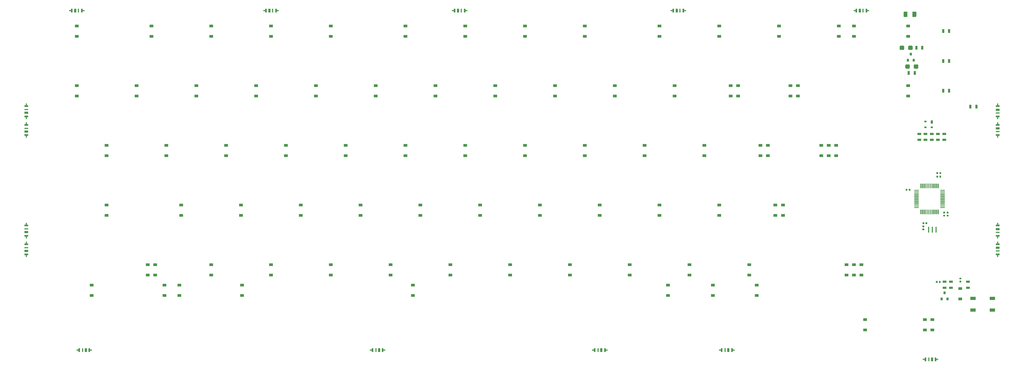
<source format=gbr>
%TF.GenerationSoftware,KiCad,Pcbnew,(5.1.11)-1*%
%TF.CreationDate,2022-07-15T11:42:44+07:00*%
%TF.ProjectId,TX75v2 PCB replacement,54583735-7632-4205-9043-42207265706c,rev?*%
%TF.SameCoordinates,Original*%
%TF.FileFunction,Paste,Bot*%
%TF.FilePolarity,Positive*%
%FSLAX46Y46*%
G04 Gerber Fmt 4.6, Leading zero omitted, Abs format (unit mm)*
G04 Created by KiCad (PCBNEW (5.1.11)-1) date 2022-07-15 11:42:44*
%MOMM*%
%LPD*%
G01*
G04 APERTURE LIST*
%ADD10R,1.200000X0.900000*%
%ADD11R,1.300000X0.700000*%
%ADD12R,0.550000X1.200000*%
%ADD13R,0.650000X0.450000*%
%ADD14R,0.700000X1.200000*%
%ADD15R,0.450000X1.200000*%
%ADD16R,1.200000X0.550000*%
%ADD17R,0.450000X0.650000*%
%ADD18R,1.200000X0.700000*%
%ADD19R,1.200000X0.450000*%
%ADD20R,1.800000X1.100000*%
%ADD21R,0.800000X0.900000*%
%ADD22R,0.700000X1.300000*%
%ADD23R,0.400000X1.900000*%
%ADD24R,0.700000X1.000000*%
%ADD25R,0.700000X0.600000*%
G04 APERTURE END LIST*
D10*
%TO.C,D2*%
X38374505Y-141217798D03*
X38374505Y-144517798D03*
%TD*%
D11*
%TO.C,R14*%
X260152263Y-92934646D03*
X260152263Y-94834646D03*
%TD*%
%TO.C,R3*%
X264296031Y-140131650D03*
X264296031Y-142031650D03*
%TD*%
%TO.C,R2*%
X262212432Y-140131650D03*
X262212432Y-142031650D03*
%TD*%
D12*
%TO.C,D96*%
X259372056Y-164893986D03*
D13*
X259872056Y-164893986D03*
D12*
X256122056Y-164893986D03*
D13*
X255622056Y-164893986D03*
D14*
X258247056Y-164893986D03*
D15*
X257222056Y-164893986D03*
%TD*%
D12*
%TO.C,D95*%
X234095475Y-53570455D03*
D13*
X233595475Y-53570455D03*
D12*
X237345475Y-53570455D03*
D13*
X237845475Y-53570455D03*
D14*
X235220475Y-53570455D03*
D15*
X236245475Y-53570455D03*
%TD*%
D16*
%TO.C,D94*%
X-30384436Y-125442389D03*
D17*
X-30384436Y-125942389D03*
D16*
X-30384436Y-122192389D03*
D17*
X-30384436Y-121692389D03*
D18*
X-30384436Y-124317389D03*
D19*
X-30384436Y-123292389D03*
%TD*%
D16*
%TO.C,D93*%
X279178324Y-128145519D03*
D17*
X279178324Y-127645519D03*
D16*
X279178324Y-131395519D03*
D17*
X279178324Y-131895519D03*
D18*
X279178324Y-129270519D03*
D19*
X279178324Y-130295519D03*
%TD*%
D12*
%TO.C,D92*%
X194482939Y-161917421D03*
D13*
X194982939Y-161917421D03*
D12*
X191232939Y-161917421D03*
D13*
X190732939Y-161917421D03*
D14*
X193357939Y-161917421D03*
D15*
X192332939Y-161917421D03*
%TD*%
D12*
%TO.C,D91*%
X175754801Y-53570455D03*
D13*
X175254801Y-53570455D03*
D12*
X179004801Y-53570455D03*
D13*
X179504801Y-53570455D03*
D14*
X176879801Y-53570455D03*
D15*
X177904801Y-53570455D03*
%TD*%
D16*
%TO.C,D90*%
X-30384436Y-131395519D03*
D17*
X-30384436Y-131895519D03*
D16*
X-30384436Y-128145519D03*
D17*
X-30384436Y-127645519D03*
D18*
X-30384436Y-130270519D03*
D19*
X-30384436Y-129245519D03*
%TD*%
D16*
%TO.C,D89*%
X279178324Y-122192389D03*
D17*
X279178324Y-121692389D03*
D16*
X279178324Y-125442389D03*
D17*
X279178324Y-125942389D03*
D18*
X279178324Y-123317389D03*
D19*
X279178324Y-124342389D03*
%TD*%
D12*
%TO.C,D85*%
X154001655Y-161917421D03*
D13*
X154501655Y-161917421D03*
D12*
X150751655Y-161917421D03*
D13*
X150251655Y-161917421D03*
D14*
X152876655Y-161917421D03*
D15*
X151851655Y-161917421D03*
%TD*%
D12*
%TO.C,D84*%
X106103180Y-53570455D03*
D13*
X105603180Y-53570455D03*
D12*
X109353180Y-53570455D03*
D13*
X109853180Y-53570455D03*
D14*
X107228180Y-53570455D03*
D15*
X108253180Y-53570455D03*
%TD*%
D16*
%TO.C,D83*%
X-30384436Y-87342357D03*
D17*
X-30384436Y-87842357D03*
D16*
X-30384436Y-84092357D03*
D17*
X-30384436Y-83592357D03*
D18*
X-30384436Y-86217357D03*
D19*
X-30384436Y-85192357D03*
%TD*%
D16*
%TO.C,D82*%
X279178324Y-90045487D03*
D17*
X279178324Y-89545487D03*
D16*
X279178324Y-93295487D03*
D17*
X279178324Y-93795487D03*
D18*
X279178324Y-91170487D03*
D19*
X279178324Y-92195487D03*
%TD*%
D12*
%TO.C,D81*%
X83159408Y-161917421D03*
D13*
X83659408Y-161917421D03*
D12*
X79909408Y-161917421D03*
D13*
X79409408Y-161917421D03*
D14*
X82034408Y-161917421D03*
D15*
X81009408Y-161917421D03*
%TD*%
D12*
%TO.C,D80*%
X45976567Y-53570455D03*
D13*
X45476567Y-53570455D03*
D12*
X49226567Y-53570455D03*
D13*
X49726567Y-53570455D03*
D14*
X47101567Y-53570455D03*
D15*
X48126567Y-53570455D03*
%TD*%
D16*
%TO.C,D79*%
X-30384436Y-93295487D03*
D17*
X-30384436Y-93795487D03*
D16*
X-30384436Y-90045487D03*
D17*
X-30384436Y-89545487D03*
D18*
X-30384436Y-92170487D03*
D19*
X-30384436Y-91145487D03*
%TD*%
D16*
%TO.C,D78*%
X279178324Y-84092357D03*
D17*
X279178324Y-83592357D03*
D16*
X279178324Y-87342357D03*
D17*
X279178324Y-87842357D03*
D18*
X279178324Y-85217357D03*
D19*
X279178324Y-86242357D03*
%TD*%
D12*
%TO.C,D77*%
X-10304733Y-161917421D03*
D13*
X-9804733Y-161917421D03*
D12*
X-13554733Y-161917421D03*
D13*
X-14054733Y-161917421D03*
D14*
X-11429733Y-161917421D03*
D15*
X-12454733Y-161917421D03*
%TD*%
D12*
%TO.C,D76*%
X-15935985Y-53570455D03*
D13*
X-16435985Y-53570455D03*
D12*
X-12685985Y-53570455D03*
D13*
X-12185985Y-53570455D03*
D14*
X-14810985Y-53570455D03*
D15*
X-13785985Y-53570455D03*
%TD*%
D20*
%TO.C,SW1*%
X277516369Y-149182447D03*
X271316369Y-145482447D03*
X277516369Y-145482447D03*
X271316369Y-149182447D03*
%TD*%
D11*
%TO.C,R1*%
X269653857Y-142031650D03*
X269653857Y-140131650D03*
%TD*%
D21*
%TO.C,Q1*%
X262212432Y-143653534D03*
X261262432Y-145653534D03*
X263162432Y-145653534D03*
%TD*%
D10*
%TO.C,D1*%
X267272601Y-142288874D03*
X267272601Y-145588874D03*
%TD*%
%TO.C,C2*%
G36*
G01*
X267442601Y-140353365D02*
X267102601Y-140353365D01*
G75*
G02*
X266962601Y-140213365I0J140000D01*
G01*
X266962601Y-139933365D01*
G75*
G02*
X267102601Y-139793365I140000J0D01*
G01*
X267442601Y-139793365D01*
G75*
G02*
X267582601Y-139933365I0J-140000D01*
G01*
X267582601Y-140213365D01*
G75*
G02*
X267442601Y-140353365I-140000J0D01*
G01*
G37*
G36*
G01*
X267442601Y-139393365D02*
X267102601Y-139393365D01*
G75*
G02*
X266962601Y-139253365I0J140000D01*
G01*
X266962601Y-138973365D01*
G75*
G02*
X267102601Y-138833365I140000J0D01*
G01*
X267442601Y-138833365D01*
G75*
G02*
X267582601Y-138973365I0J-140000D01*
G01*
X267582601Y-139253365D01*
G75*
G02*
X267442601Y-139393365I-140000J0D01*
G01*
G37*
%TD*%
%TO.C,C1*%
G36*
G01*
X260444147Y-140358679D02*
X260444147Y-140018679D01*
G75*
G02*
X260584147Y-139878679I140000J0D01*
G01*
X260864147Y-139878679D01*
G75*
G02*
X261004147Y-140018679I0J-140000D01*
G01*
X261004147Y-140358679D01*
G75*
G02*
X260864147Y-140498679I-140000J0D01*
G01*
X260584147Y-140498679D01*
G75*
G02*
X260444147Y-140358679I0J140000D01*
G01*
G37*
G36*
G01*
X259484147Y-140358679D02*
X259484147Y-140018679D01*
G75*
G02*
X259624147Y-139878679I140000J0D01*
G01*
X259904147Y-139878679D01*
G75*
G02*
X260044147Y-140018679I0J-140000D01*
G01*
X260044147Y-140358679D01*
G75*
G02*
X259904147Y-140498679I-140000J0D01*
G01*
X259624147Y-140498679D01*
G75*
G02*
X259484147Y-140358679I0J140000D01*
G01*
G37*
%TD*%
%TO.C,C10*%
G36*
G01*
X263353983Y-118338874D02*
X263013983Y-118338874D01*
G75*
G02*
X262873983Y-118198874I0J140000D01*
G01*
X262873983Y-117918874D01*
G75*
G02*
X263013983Y-117778874I140000J0D01*
G01*
X263353983Y-117778874D01*
G75*
G02*
X263493983Y-117918874I0J-140000D01*
G01*
X263493983Y-118198874D01*
G75*
G02*
X263353983Y-118338874I-140000J0D01*
G01*
G37*
G36*
G01*
X263353983Y-119298874D02*
X263013983Y-119298874D01*
G75*
G02*
X262873983Y-119158874I0J140000D01*
G01*
X262873983Y-118878874D01*
G75*
G02*
X263013983Y-118738874I140000J0D01*
G01*
X263353983Y-118738874D01*
G75*
G02*
X263493983Y-118878874I0J-140000D01*
G01*
X263493983Y-119158874D01*
G75*
G02*
X263353983Y-119298874I-140000J0D01*
G01*
G37*
%TD*%
%TO.C,C4*%
G36*
G01*
X260589983Y-105623903D02*
X260589983Y-105283903D01*
G75*
G02*
X260729983Y-105143903I140000J0D01*
G01*
X261009983Y-105143903D01*
G75*
G02*
X261149983Y-105283903I0J-140000D01*
G01*
X261149983Y-105623903D01*
G75*
G02*
X261009983Y-105763903I-140000J0D01*
G01*
X260729983Y-105763903D01*
G75*
G02*
X260589983Y-105623903I0J140000D01*
G01*
G37*
G36*
G01*
X259629983Y-105623903D02*
X259629983Y-105283903D01*
G75*
G02*
X259769983Y-105143903I140000J0D01*
G01*
X260049983Y-105143903D01*
G75*
G02*
X260189983Y-105283903I0J-140000D01*
G01*
X260189983Y-105623903D01*
G75*
G02*
X260049983Y-105763903I-140000J0D01*
G01*
X259769983Y-105763903D01*
G75*
G02*
X259629983Y-105623903I0J140000D01*
G01*
G37*
%TD*%
%TO.C,F1*%
G36*
G01*
X251974123Y-55386120D02*
X251974123Y-54136120D01*
G75*
G02*
X252224123Y-53886120I250000J0D01*
G01*
X252974123Y-53886120D01*
G75*
G02*
X253224123Y-54136120I0J-250000D01*
G01*
X253224123Y-55386120D01*
G75*
G02*
X252974123Y-55636120I-250000J0D01*
G01*
X252224123Y-55636120D01*
G75*
G02*
X251974123Y-55386120I0J250000D01*
G01*
G37*
G36*
G01*
X249174123Y-55386120D02*
X249174123Y-54136120D01*
G75*
G02*
X249424123Y-53886120I250000J0D01*
G01*
X250174123Y-53886120D01*
G75*
G02*
X250424123Y-54136120I0J-250000D01*
G01*
X250424123Y-55386120D01*
G75*
G02*
X250174123Y-55636120I-250000J0D01*
G01*
X249424123Y-55636120D01*
G75*
G02*
X249174123Y-55386120I0J250000D01*
G01*
G37*
%TD*%
D22*
%TO.C,R10*%
X250844437Y-73513511D03*
X252744437Y-73513511D03*
%TD*%
%TO.C,R8*%
X253225693Y-65476772D03*
X255125693Y-65476772D03*
%TD*%
%TO.C,C12*%
G36*
G01*
X252444437Y-71854913D02*
X252444437Y-71004911D01*
G75*
G02*
X252694436Y-70754912I249999J0D01*
G01*
X253594438Y-70754912D01*
G75*
G02*
X253844437Y-71004911I0J-249999D01*
G01*
X253844437Y-71854913D01*
G75*
G02*
X253594438Y-72104912I-249999J0D01*
G01*
X252694436Y-72104912D01*
G75*
G02*
X252444437Y-71854913I0J249999D01*
G01*
G37*
G36*
G01*
X249744437Y-71854913D02*
X249744437Y-71004911D01*
G75*
G02*
X249994436Y-70754912I249999J0D01*
G01*
X250894438Y-70754912D01*
G75*
G02*
X251144437Y-71004911I0J-249999D01*
G01*
X251144437Y-71854913D01*
G75*
G02*
X250894438Y-72104912I-249999J0D01*
G01*
X249994436Y-72104912D01*
G75*
G02*
X249744437Y-71854913I0J249999D01*
G01*
G37*
%TD*%
%TO.C,C11*%
G36*
G01*
X249358495Y-65051771D02*
X249358495Y-65901773D01*
G75*
G02*
X249108496Y-66151772I-249999J0D01*
G01*
X248208494Y-66151772D01*
G75*
G02*
X247958495Y-65901773I0J249999D01*
G01*
X247958495Y-65051771D01*
G75*
G02*
X248208494Y-64801772I249999J0D01*
G01*
X249108496Y-64801772D01*
G75*
G02*
X249358495Y-65051771I0J-249999D01*
G01*
G37*
G36*
G01*
X252058495Y-65051771D02*
X252058495Y-65901773D01*
G75*
G02*
X251808496Y-66151772I-249999J0D01*
G01*
X250908494Y-66151772D01*
G75*
G02*
X250658495Y-65901773I0J249999D01*
G01*
X250658495Y-65051771D01*
G75*
G02*
X250908494Y-64801772I249999J0D01*
G01*
X251808496Y-64801772D01*
G75*
G02*
X252058495Y-65051771I0J-249999D01*
G01*
G37*
%TD*%
D10*
%TO.C,D100*%
X225302964Y-99869042D03*
X225302964Y-96569042D03*
%TD*%
%TO.C,D108*%
X92845599Y-141217659D03*
X92845599Y-144517659D03*
%TD*%
%TO.C,D102*%
X174105960Y-144517798D03*
X174105960Y-141217798D03*
%TD*%
%TO.C,D107*%
X258342891Y-152230900D03*
X258342891Y-155530900D03*
%TD*%
%TO.C,D106*%
X255961635Y-152230900D03*
X255961635Y-155530900D03*
%TD*%
%TO.C,D105*%
X236911587Y-152230900D03*
X236911587Y-155530900D03*
%TD*%
%TO.C,D104*%
X202383375Y-141217659D03*
X202383375Y-144517659D03*
%TD*%
%TO.C,D103*%
X188394137Y-141217798D03*
X188394137Y-144517798D03*
%TD*%
D23*
%TO.C,Y1*%
X259542891Y-123519887D03*
X258342891Y-123519887D03*
X257142891Y-123519887D03*
%TD*%
D10*
%TO.C,D101*%
X233339703Y-137969138D03*
X233339703Y-134669138D03*
%TD*%
%TO.C,D99*%
X222921708Y-99869042D03*
X222921708Y-96569042D03*
%TD*%
%TO.C,D98*%
X250603809Y-80818946D03*
X250603809Y-77518946D03*
%TD*%
%TO.C,U1*%
G36*
G01*
X262274920Y-116597206D02*
X260949920Y-116597206D01*
G75*
G02*
X260874920Y-116522206I0J75000D01*
G01*
X260874920Y-116372206D01*
G75*
G02*
X260949920Y-116297206I75000J0D01*
G01*
X262274920Y-116297206D01*
G75*
G02*
X262349920Y-116372206I0J-75000D01*
G01*
X262349920Y-116522206D01*
G75*
G02*
X262274920Y-116597206I-75000J0D01*
G01*
G37*
G36*
G01*
X262274920Y-116097206D02*
X260949920Y-116097206D01*
G75*
G02*
X260874920Y-116022206I0J75000D01*
G01*
X260874920Y-115872206D01*
G75*
G02*
X260949920Y-115797206I75000J0D01*
G01*
X262274920Y-115797206D01*
G75*
G02*
X262349920Y-115872206I0J-75000D01*
G01*
X262349920Y-116022206D01*
G75*
G02*
X262274920Y-116097206I-75000J0D01*
G01*
G37*
G36*
G01*
X262274920Y-115597206D02*
X260949920Y-115597206D01*
G75*
G02*
X260874920Y-115522206I0J75000D01*
G01*
X260874920Y-115372206D01*
G75*
G02*
X260949920Y-115297206I75000J0D01*
G01*
X262274920Y-115297206D01*
G75*
G02*
X262349920Y-115372206I0J-75000D01*
G01*
X262349920Y-115522206D01*
G75*
G02*
X262274920Y-115597206I-75000J0D01*
G01*
G37*
G36*
G01*
X262274920Y-115097206D02*
X260949920Y-115097206D01*
G75*
G02*
X260874920Y-115022206I0J75000D01*
G01*
X260874920Y-114872206D01*
G75*
G02*
X260949920Y-114797206I75000J0D01*
G01*
X262274920Y-114797206D01*
G75*
G02*
X262349920Y-114872206I0J-75000D01*
G01*
X262349920Y-115022206D01*
G75*
G02*
X262274920Y-115097206I-75000J0D01*
G01*
G37*
G36*
G01*
X262274920Y-114597206D02*
X260949920Y-114597206D01*
G75*
G02*
X260874920Y-114522206I0J75000D01*
G01*
X260874920Y-114372206D01*
G75*
G02*
X260949920Y-114297206I75000J0D01*
G01*
X262274920Y-114297206D01*
G75*
G02*
X262349920Y-114372206I0J-75000D01*
G01*
X262349920Y-114522206D01*
G75*
G02*
X262274920Y-114597206I-75000J0D01*
G01*
G37*
G36*
G01*
X262274920Y-114097206D02*
X260949920Y-114097206D01*
G75*
G02*
X260874920Y-114022206I0J75000D01*
G01*
X260874920Y-113872206D01*
G75*
G02*
X260949920Y-113797206I75000J0D01*
G01*
X262274920Y-113797206D01*
G75*
G02*
X262349920Y-113872206I0J-75000D01*
G01*
X262349920Y-114022206D01*
G75*
G02*
X262274920Y-114097206I-75000J0D01*
G01*
G37*
G36*
G01*
X262274920Y-113597206D02*
X260949920Y-113597206D01*
G75*
G02*
X260874920Y-113522206I0J75000D01*
G01*
X260874920Y-113372206D01*
G75*
G02*
X260949920Y-113297206I75000J0D01*
G01*
X262274920Y-113297206D01*
G75*
G02*
X262349920Y-113372206I0J-75000D01*
G01*
X262349920Y-113522206D01*
G75*
G02*
X262274920Y-113597206I-75000J0D01*
G01*
G37*
G36*
G01*
X262274920Y-113097206D02*
X260949920Y-113097206D01*
G75*
G02*
X260874920Y-113022206I0J75000D01*
G01*
X260874920Y-112872206D01*
G75*
G02*
X260949920Y-112797206I75000J0D01*
G01*
X262274920Y-112797206D01*
G75*
G02*
X262349920Y-112872206I0J-75000D01*
G01*
X262349920Y-113022206D01*
G75*
G02*
X262274920Y-113097206I-75000J0D01*
G01*
G37*
G36*
G01*
X262274920Y-112597206D02*
X260949920Y-112597206D01*
G75*
G02*
X260874920Y-112522206I0J75000D01*
G01*
X260874920Y-112372206D01*
G75*
G02*
X260949920Y-112297206I75000J0D01*
G01*
X262274920Y-112297206D01*
G75*
G02*
X262349920Y-112372206I0J-75000D01*
G01*
X262349920Y-112522206D01*
G75*
G02*
X262274920Y-112597206I-75000J0D01*
G01*
G37*
G36*
G01*
X262274920Y-112097206D02*
X260949920Y-112097206D01*
G75*
G02*
X260874920Y-112022206I0J75000D01*
G01*
X260874920Y-111872206D01*
G75*
G02*
X260949920Y-111797206I75000J0D01*
G01*
X262274920Y-111797206D01*
G75*
G02*
X262349920Y-111872206I0J-75000D01*
G01*
X262349920Y-112022206D01*
G75*
G02*
X262274920Y-112097206I-75000J0D01*
G01*
G37*
G36*
G01*
X262274920Y-111597206D02*
X260949920Y-111597206D01*
G75*
G02*
X260874920Y-111522206I0J75000D01*
G01*
X260874920Y-111372206D01*
G75*
G02*
X260949920Y-111297206I75000J0D01*
G01*
X262274920Y-111297206D01*
G75*
G02*
X262349920Y-111372206I0J-75000D01*
G01*
X262349920Y-111522206D01*
G75*
G02*
X262274920Y-111597206I-75000J0D01*
G01*
G37*
G36*
G01*
X262274920Y-111097206D02*
X260949920Y-111097206D01*
G75*
G02*
X260874920Y-111022206I0J75000D01*
G01*
X260874920Y-110872206D01*
G75*
G02*
X260949920Y-110797206I75000J0D01*
G01*
X262274920Y-110797206D01*
G75*
G02*
X262349920Y-110872206I0J-75000D01*
G01*
X262349920Y-111022206D01*
G75*
G02*
X262274920Y-111097206I-75000J0D01*
G01*
G37*
G36*
G01*
X260274920Y-110272206D02*
X260124920Y-110272206D01*
G75*
G02*
X260049920Y-110197206I0J75000D01*
G01*
X260049920Y-108872206D01*
G75*
G02*
X260124920Y-108797206I75000J0D01*
G01*
X260274920Y-108797206D01*
G75*
G02*
X260349920Y-108872206I0J-75000D01*
G01*
X260349920Y-110197206D01*
G75*
G02*
X260274920Y-110272206I-75000J0D01*
G01*
G37*
G36*
G01*
X259774920Y-110272206D02*
X259624920Y-110272206D01*
G75*
G02*
X259549920Y-110197206I0J75000D01*
G01*
X259549920Y-108872206D01*
G75*
G02*
X259624920Y-108797206I75000J0D01*
G01*
X259774920Y-108797206D01*
G75*
G02*
X259849920Y-108872206I0J-75000D01*
G01*
X259849920Y-110197206D01*
G75*
G02*
X259774920Y-110272206I-75000J0D01*
G01*
G37*
G36*
G01*
X259274920Y-110272206D02*
X259124920Y-110272206D01*
G75*
G02*
X259049920Y-110197206I0J75000D01*
G01*
X259049920Y-108872206D01*
G75*
G02*
X259124920Y-108797206I75000J0D01*
G01*
X259274920Y-108797206D01*
G75*
G02*
X259349920Y-108872206I0J-75000D01*
G01*
X259349920Y-110197206D01*
G75*
G02*
X259274920Y-110272206I-75000J0D01*
G01*
G37*
G36*
G01*
X258774920Y-110272206D02*
X258624920Y-110272206D01*
G75*
G02*
X258549920Y-110197206I0J75000D01*
G01*
X258549920Y-108872206D01*
G75*
G02*
X258624920Y-108797206I75000J0D01*
G01*
X258774920Y-108797206D01*
G75*
G02*
X258849920Y-108872206I0J-75000D01*
G01*
X258849920Y-110197206D01*
G75*
G02*
X258774920Y-110272206I-75000J0D01*
G01*
G37*
G36*
G01*
X258274920Y-110272206D02*
X258124920Y-110272206D01*
G75*
G02*
X258049920Y-110197206I0J75000D01*
G01*
X258049920Y-108872206D01*
G75*
G02*
X258124920Y-108797206I75000J0D01*
G01*
X258274920Y-108797206D01*
G75*
G02*
X258349920Y-108872206I0J-75000D01*
G01*
X258349920Y-110197206D01*
G75*
G02*
X258274920Y-110272206I-75000J0D01*
G01*
G37*
G36*
G01*
X257774920Y-110272206D02*
X257624920Y-110272206D01*
G75*
G02*
X257549920Y-110197206I0J75000D01*
G01*
X257549920Y-108872206D01*
G75*
G02*
X257624920Y-108797206I75000J0D01*
G01*
X257774920Y-108797206D01*
G75*
G02*
X257849920Y-108872206I0J-75000D01*
G01*
X257849920Y-110197206D01*
G75*
G02*
X257774920Y-110272206I-75000J0D01*
G01*
G37*
G36*
G01*
X257274920Y-110272206D02*
X257124920Y-110272206D01*
G75*
G02*
X257049920Y-110197206I0J75000D01*
G01*
X257049920Y-108872206D01*
G75*
G02*
X257124920Y-108797206I75000J0D01*
G01*
X257274920Y-108797206D01*
G75*
G02*
X257349920Y-108872206I0J-75000D01*
G01*
X257349920Y-110197206D01*
G75*
G02*
X257274920Y-110272206I-75000J0D01*
G01*
G37*
G36*
G01*
X256774920Y-110272206D02*
X256624920Y-110272206D01*
G75*
G02*
X256549920Y-110197206I0J75000D01*
G01*
X256549920Y-108872206D01*
G75*
G02*
X256624920Y-108797206I75000J0D01*
G01*
X256774920Y-108797206D01*
G75*
G02*
X256849920Y-108872206I0J-75000D01*
G01*
X256849920Y-110197206D01*
G75*
G02*
X256774920Y-110272206I-75000J0D01*
G01*
G37*
G36*
G01*
X256274920Y-110272206D02*
X256124920Y-110272206D01*
G75*
G02*
X256049920Y-110197206I0J75000D01*
G01*
X256049920Y-108872206D01*
G75*
G02*
X256124920Y-108797206I75000J0D01*
G01*
X256274920Y-108797206D01*
G75*
G02*
X256349920Y-108872206I0J-75000D01*
G01*
X256349920Y-110197206D01*
G75*
G02*
X256274920Y-110272206I-75000J0D01*
G01*
G37*
G36*
G01*
X255774920Y-110272206D02*
X255624920Y-110272206D01*
G75*
G02*
X255549920Y-110197206I0J75000D01*
G01*
X255549920Y-108872206D01*
G75*
G02*
X255624920Y-108797206I75000J0D01*
G01*
X255774920Y-108797206D01*
G75*
G02*
X255849920Y-108872206I0J-75000D01*
G01*
X255849920Y-110197206D01*
G75*
G02*
X255774920Y-110272206I-75000J0D01*
G01*
G37*
G36*
G01*
X255274920Y-110272206D02*
X255124920Y-110272206D01*
G75*
G02*
X255049920Y-110197206I0J75000D01*
G01*
X255049920Y-108872206D01*
G75*
G02*
X255124920Y-108797206I75000J0D01*
G01*
X255274920Y-108797206D01*
G75*
G02*
X255349920Y-108872206I0J-75000D01*
G01*
X255349920Y-110197206D01*
G75*
G02*
X255274920Y-110272206I-75000J0D01*
G01*
G37*
G36*
G01*
X254774920Y-110272206D02*
X254624920Y-110272206D01*
G75*
G02*
X254549920Y-110197206I0J75000D01*
G01*
X254549920Y-108872206D01*
G75*
G02*
X254624920Y-108797206I75000J0D01*
G01*
X254774920Y-108797206D01*
G75*
G02*
X254849920Y-108872206I0J-75000D01*
G01*
X254849920Y-110197206D01*
G75*
G02*
X254774920Y-110272206I-75000J0D01*
G01*
G37*
G36*
G01*
X253949920Y-111097206D02*
X252624920Y-111097206D01*
G75*
G02*
X252549920Y-111022206I0J75000D01*
G01*
X252549920Y-110872206D01*
G75*
G02*
X252624920Y-110797206I75000J0D01*
G01*
X253949920Y-110797206D01*
G75*
G02*
X254024920Y-110872206I0J-75000D01*
G01*
X254024920Y-111022206D01*
G75*
G02*
X253949920Y-111097206I-75000J0D01*
G01*
G37*
G36*
G01*
X253949920Y-111597206D02*
X252624920Y-111597206D01*
G75*
G02*
X252549920Y-111522206I0J75000D01*
G01*
X252549920Y-111372206D01*
G75*
G02*
X252624920Y-111297206I75000J0D01*
G01*
X253949920Y-111297206D01*
G75*
G02*
X254024920Y-111372206I0J-75000D01*
G01*
X254024920Y-111522206D01*
G75*
G02*
X253949920Y-111597206I-75000J0D01*
G01*
G37*
G36*
G01*
X253949920Y-112097206D02*
X252624920Y-112097206D01*
G75*
G02*
X252549920Y-112022206I0J75000D01*
G01*
X252549920Y-111872206D01*
G75*
G02*
X252624920Y-111797206I75000J0D01*
G01*
X253949920Y-111797206D01*
G75*
G02*
X254024920Y-111872206I0J-75000D01*
G01*
X254024920Y-112022206D01*
G75*
G02*
X253949920Y-112097206I-75000J0D01*
G01*
G37*
G36*
G01*
X253949920Y-112597206D02*
X252624920Y-112597206D01*
G75*
G02*
X252549920Y-112522206I0J75000D01*
G01*
X252549920Y-112372206D01*
G75*
G02*
X252624920Y-112297206I75000J0D01*
G01*
X253949920Y-112297206D01*
G75*
G02*
X254024920Y-112372206I0J-75000D01*
G01*
X254024920Y-112522206D01*
G75*
G02*
X253949920Y-112597206I-75000J0D01*
G01*
G37*
G36*
G01*
X253949920Y-113097206D02*
X252624920Y-113097206D01*
G75*
G02*
X252549920Y-113022206I0J75000D01*
G01*
X252549920Y-112872206D01*
G75*
G02*
X252624920Y-112797206I75000J0D01*
G01*
X253949920Y-112797206D01*
G75*
G02*
X254024920Y-112872206I0J-75000D01*
G01*
X254024920Y-113022206D01*
G75*
G02*
X253949920Y-113097206I-75000J0D01*
G01*
G37*
G36*
G01*
X253949920Y-113597206D02*
X252624920Y-113597206D01*
G75*
G02*
X252549920Y-113522206I0J75000D01*
G01*
X252549920Y-113372206D01*
G75*
G02*
X252624920Y-113297206I75000J0D01*
G01*
X253949920Y-113297206D01*
G75*
G02*
X254024920Y-113372206I0J-75000D01*
G01*
X254024920Y-113522206D01*
G75*
G02*
X253949920Y-113597206I-75000J0D01*
G01*
G37*
G36*
G01*
X253949920Y-114097206D02*
X252624920Y-114097206D01*
G75*
G02*
X252549920Y-114022206I0J75000D01*
G01*
X252549920Y-113872206D01*
G75*
G02*
X252624920Y-113797206I75000J0D01*
G01*
X253949920Y-113797206D01*
G75*
G02*
X254024920Y-113872206I0J-75000D01*
G01*
X254024920Y-114022206D01*
G75*
G02*
X253949920Y-114097206I-75000J0D01*
G01*
G37*
G36*
G01*
X253949920Y-114597206D02*
X252624920Y-114597206D01*
G75*
G02*
X252549920Y-114522206I0J75000D01*
G01*
X252549920Y-114372206D01*
G75*
G02*
X252624920Y-114297206I75000J0D01*
G01*
X253949920Y-114297206D01*
G75*
G02*
X254024920Y-114372206I0J-75000D01*
G01*
X254024920Y-114522206D01*
G75*
G02*
X253949920Y-114597206I-75000J0D01*
G01*
G37*
G36*
G01*
X253949920Y-115097206D02*
X252624920Y-115097206D01*
G75*
G02*
X252549920Y-115022206I0J75000D01*
G01*
X252549920Y-114872206D01*
G75*
G02*
X252624920Y-114797206I75000J0D01*
G01*
X253949920Y-114797206D01*
G75*
G02*
X254024920Y-114872206I0J-75000D01*
G01*
X254024920Y-115022206D01*
G75*
G02*
X253949920Y-115097206I-75000J0D01*
G01*
G37*
G36*
G01*
X253949920Y-115597206D02*
X252624920Y-115597206D01*
G75*
G02*
X252549920Y-115522206I0J75000D01*
G01*
X252549920Y-115372206D01*
G75*
G02*
X252624920Y-115297206I75000J0D01*
G01*
X253949920Y-115297206D01*
G75*
G02*
X254024920Y-115372206I0J-75000D01*
G01*
X254024920Y-115522206D01*
G75*
G02*
X253949920Y-115597206I-75000J0D01*
G01*
G37*
G36*
G01*
X253949920Y-116097206D02*
X252624920Y-116097206D01*
G75*
G02*
X252549920Y-116022206I0J75000D01*
G01*
X252549920Y-115872206D01*
G75*
G02*
X252624920Y-115797206I75000J0D01*
G01*
X253949920Y-115797206D01*
G75*
G02*
X254024920Y-115872206I0J-75000D01*
G01*
X254024920Y-116022206D01*
G75*
G02*
X253949920Y-116097206I-75000J0D01*
G01*
G37*
G36*
G01*
X253949920Y-116597206D02*
X252624920Y-116597206D01*
G75*
G02*
X252549920Y-116522206I0J75000D01*
G01*
X252549920Y-116372206D01*
G75*
G02*
X252624920Y-116297206I75000J0D01*
G01*
X253949920Y-116297206D01*
G75*
G02*
X254024920Y-116372206I0J-75000D01*
G01*
X254024920Y-116522206D01*
G75*
G02*
X253949920Y-116597206I-75000J0D01*
G01*
G37*
G36*
G01*
X254774920Y-118597206D02*
X254624920Y-118597206D01*
G75*
G02*
X254549920Y-118522206I0J75000D01*
G01*
X254549920Y-117197206D01*
G75*
G02*
X254624920Y-117122206I75000J0D01*
G01*
X254774920Y-117122206D01*
G75*
G02*
X254849920Y-117197206I0J-75000D01*
G01*
X254849920Y-118522206D01*
G75*
G02*
X254774920Y-118597206I-75000J0D01*
G01*
G37*
G36*
G01*
X255274920Y-118597206D02*
X255124920Y-118597206D01*
G75*
G02*
X255049920Y-118522206I0J75000D01*
G01*
X255049920Y-117197206D01*
G75*
G02*
X255124920Y-117122206I75000J0D01*
G01*
X255274920Y-117122206D01*
G75*
G02*
X255349920Y-117197206I0J-75000D01*
G01*
X255349920Y-118522206D01*
G75*
G02*
X255274920Y-118597206I-75000J0D01*
G01*
G37*
G36*
G01*
X255774920Y-118597206D02*
X255624920Y-118597206D01*
G75*
G02*
X255549920Y-118522206I0J75000D01*
G01*
X255549920Y-117197206D01*
G75*
G02*
X255624920Y-117122206I75000J0D01*
G01*
X255774920Y-117122206D01*
G75*
G02*
X255849920Y-117197206I0J-75000D01*
G01*
X255849920Y-118522206D01*
G75*
G02*
X255774920Y-118597206I-75000J0D01*
G01*
G37*
G36*
G01*
X256274920Y-118597206D02*
X256124920Y-118597206D01*
G75*
G02*
X256049920Y-118522206I0J75000D01*
G01*
X256049920Y-117197206D01*
G75*
G02*
X256124920Y-117122206I75000J0D01*
G01*
X256274920Y-117122206D01*
G75*
G02*
X256349920Y-117197206I0J-75000D01*
G01*
X256349920Y-118522206D01*
G75*
G02*
X256274920Y-118597206I-75000J0D01*
G01*
G37*
G36*
G01*
X256774920Y-118597206D02*
X256624920Y-118597206D01*
G75*
G02*
X256549920Y-118522206I0J75000D01*
G01*
X256549920Y-117197206D01*
G75*
G02*
X256624920Y-117122206I75000J0D01*
G01*
X256774920Y-117122206D01*
G75*
G02*
X256849920Y-117197206I0J-75000D01*
G01*
X256849920Y-118522206D01*
G75*
G02*
X256774920Y-118597206I-75000J0D01*
G01*
G37*
G36*
G01*
X257274920Y-118597206D02*
X257124920Y-118597206D01*
G75*
G02*
X257049920Y-118522206I0J75000D01*
G01*
X257049920Y-117197206D01*
G75*
G02*
X257124920Y-117122206I75000J0D01*
G01*
X257274920Y-117122206D01*
G75*
G02*
X257349920Y-117197206I0J-75000D01*
G01*
X257349920Y-118522206D01*
G75*
G02*
X257274920Y-118597206I-75000J0D01*
G01*
G37*
G36*
G01*
X257774920Y-118597206D02*
X257624920Y-118597206D01*
G75*
G02*
X257549920Y-118522206I0J75000D01*
G01*
X257549920Y-117197206D01*
G75*
G02*
X257624920Y-117122206I75000J0D01*
G01*
X257774920Y-117122206D01*
G75*
G02*
X257849920Y-117197206I0J-75000D01*
G01*
X257849920Y-118522206D01*
G75*
G02*
X257774920Y-118597206I-75000J0D01*
G01*
G37*
G36*
G01*
X258274920Y-118597206D02*
X258124920Y-118597206D01*
G75*
G02*
X258049920Y-118522206I0J75000D01*
G01*
X258049920Y-117197206D01*
G75*
G02*
X258124920Y-117122206I75000J0D01*
G01*
X258274920Y-117122206D01*
G75*
G02*
X258349920Y-117197206I0J-75000D01*
G01*
X258349920Y-118522206D01*
G75*
G02*
X258274920Y-118597206I-75000J0D01*
G01*
G37*
G36*
G01*
X258774920Y-118597206D02*
X258624920Y-118597206D01*
G75*
G02*
X258549920Y-118522206I0J75000D01*
G01*
X258549920Y-117197206D01*
G75*
G02*
X258624920Y-117122206I75000J0D01*
G01*
X258774920Y-117122206D01*
G75*
G02*
X258849920Y-117197206I0J-75000D01*
G01*
X258849920Y-118522206D01*
G75*
G02*
X258774920Y-118597206I-75000J0D01*
G01*
G37*
G36*
G01*
X259274920Y-118597206D02*
X259124920Y-118597206D01*
G75*
G02*
X259049920Y-118522206I0J75000D01*
G01*
X259049920Y-117197206D01*
G75*
G02*
X259124920Y-117122206I75000J0D01*
G01*
X259274920Y-117122206D01*
G75*
G02*
X259349920Y-117197206I0J-75000D01*
G01*
X259349920Y-118522206D01*
G75*
G02*
X259274920Y-118597206I-75000J0D01*
G01*
G37*
G36*
G01*
X259774920Y-118597206D02*
X259624920Y-118597206D01*
G75*
G02*
X259549920Y-118522206I0J75000D01*
G01*
X259549920Y-117197206D01*
G75*
G02*
X259624920Y-117122206I75000J0D01*
G01*
X259774920Y-117122206D01*
G75*
G02*
X259849920Y-117197206I0J-75000D01*
G01*
X259849920Y-118522206D01*
G75*
G02*
X259774920Y-118597206I-75000J0D01*
G01*
G37*
G36*
G01*
X260274920Y-118597206D02*
X260124920Y-118597206D01*
G75*
G02*
X260049920Y-118522206I0J75000D01*
G01*
X260049920Y-117197206D01*
G75*
G02*
X260124920Y-117122206I75000J0D01*
G01*
X260274920Y-117122206D01*
G75*
G02*
X260349920Y-117197206I0J-75000D01*
G01*
X260349920Y-118522206D01*
G75*
G02*
X260274920Y-118597206I-75000J0D01*
G01*
G37*
%TD*%
%TO.C,D97*%
X250603809Y-61768946D03*
X250603809Y-58468946D03*
%TD*%
D21*
%TO.C,U3*%
X251496780Y-67453342D03*
X250546780Y-69453342D03*
X252446780Y-69453342D03*
%TD*%
%TO.C,C9*%
G36*
G01*
X250803809Y-110961874D02*
X250803809Y-110621874D01*
G75*
G02*
X250943809Y-110481874I140000J0D01*
G01*
X251223809Y-110481874D01*
G75*
G02*
X251363809Y-110621874I0J-140000D01*
G01*
X251363809Y-110961874D01*
G75*
G02*
X251223809Y-111101874I-140000J0D01*
G01*
X250943809Y-111101874D01*
G75*
G02*
X250803809Y-110961874I0J140000D01*
G01*
G37*
G36*
G01*
X249843809Y-110961874D02*
X249843809Y-110621874D01*
G75*
G02*
X249983809Y-110481874I140000J0D01*
G01*
X250263809Y-110481874D01*
G75*
G02*
X250403809Y-110621874I0J-140000D01*
G01*
X250403809Y-110961874D01*
G75*
G02*
X250263809Y-111101874I-140000J0D01*
G01*
X249983809Y-111101874D01*
G75*
G02*
X249843809Y-110961874I0J140000D01*
G01*
G37*
%TD*%
%TO.C,C8*%
G36*
G01*
X255761635Y-121266288D02*
X255761635Y-121606288D01*
G75*
G02*
X255621635Y-121746288I-140000J0D01*
G01*
X255341635Y-121746288D01*
G75*
G02*
X255201635Y-121606288I0J140000D01*
G01*
X255201635Y-121266288D01*
G75*
G02*
X255341635Y-121126288I140000J0D01*
G01*
X255621635Y-121126288D01*
G75*
G02*
X255761635Y-121266288I0J-140000D01*
G01*
G37*
G36*
G01*
X256721635Y-121266288D02*
X256721635Y-121606288D01*
G75*
G02*
X256581635Y-121746288I-140000J0D01*
G01*
X256301635Y-121746288D01*
G75*
G02*
X256161635Y-121606288I0J140000D01*
G01*
X256161635Y-121266288D01*
G75*
G02*
X256301635Y-121126288I140000J0D01*
G01*
X256581635Y-121126288D01*
G75*
G02*
X256721635Y-121266288I0J-140000D01*
G01*
G37*
%TD*%
%TO.C,C7*%
G36*
G01*
X260589983Y-106766903D02*
X260589983Y-106426903D01*
G75*
G02*
X260729983Y-106286903I140000J0D01*
G01*
X261009983Y-106286903D01*
G75*
G02*
X261149983Y-106426903I0J-140000D01*
G01*
X261149983Y-106766903D01*
G75*
G02*
X261009983Y-106906903I-140000J0D01*
G01*
X260729983Y-106906903D01*
G75*
G02*
X260589983Y-106766903I0J140000D01*
G01*
G37*
G36*
G01*
X259629983Y-106766903D02*
X259629983Y-106426903D01*
G75*
G02*
X259769983Y-106286903I140000J0D01*
G01*
X260049983Y-106286903D01*
G75*
G02*
X260189983Y-106426903I0J-140000D01*
G01*
X260189983Y-106766903D01*
G75*
G02*
X260049983Y-106906903I-140000J0D01*
G01*
X259769983Y-106906903D01*
G75*
G02*
X259629983Y-106766903I0J140000D01*
G01*
G37*
%TD*%
%TO.C,C6*%
G36*
G01*
X255631635Y-122736288D02*
X255291635Y-122736288D01*
G75*
G02*
X255151635Y-122596288I0J140000D01*
G01*
X255151635Y-122316288D01*
G75*
G02*
X255291635Y-122176288I140000J0D01*
G01*
X255631635Y-122176288D01*
G75*
G02*
X255771635Y-122316288I0J-140000D01*
G01*
X255771635Y-122596288D01*
G75*
G02*
X255631635Y-122736288I-140000J0D01*
G01*
G37*
G36*
G01*
X255631635Y-123696288D02*
X255291635Y-123696288D01*
G75*
G02*
X255151635Y-123556288I0J140000D01*
G01*
X255151635Y-123276288D01*
G75*
G02*
X255291635Y-123136288I140000J0D01*
G01*
X255631635Y-123136288D01*
G75*
G02*
X255771635Y-123276288I0J-140000D01*
G01*
X255771635Y-123556288D01*
G75*
G02*
X255631635Y-123696288I-140000J0D01*
G01*
G37*
%TD*%
%TO.C,C5*%
G36*
G01*
X262274483Y-118338874D02*
X261934483Y-118338874D01*
G75*
G02*
X261794483Y-118198874I0J140000D01*
G01*
X261794483Y-117918874D01*
G75*
G02*
X261934483Y-117778874I140000J0D01*
G01*
X262274483Y-117778874D01*
G75*
G02*
X262414483Y-117918874I0J-140000D01*
G01*
X262414483Y-118198874D01*
G75*
G02*
X262274483Y-118338874I-140000J0D01*
G01*
G37*
G36*
G01*
X262274483Y-119298874D02*
X261934483Y-119298874D01*
G75*
G02*
X261794483Y-119158874I0J140000D01*
G01*
X261794483Y-118878874D01*
G75*
G02*
X261934483Y-118738874I140000J0D01*
G01*
X262274483Y-118738874D01*
G75*
G02*
X262414483Y-118878874I0J-140000D01*
G01*
X262414483Y-119158874D01*
G75*
G02*
X262274483Y-119298874I-140000J0D01*
G01*
G37*
%TD*%
D10*
%TO.C,D74*%
X210717771Y-118919090D03*
X210717771Y-115619090D03*
%TD*%
%TO.C,D69*%
X213099027Y-80818874D03*
X213099027Y-77518874D03*
%TD*%
D22*
%TO.C,R13*%
X263696796Y-79168874D03*
X261796796Y-79168874D03*
%TD*%
%TO.C,R12*%
X263696796Y-69643874D03*
X261796796Y-69643874D03*
%TD*%
%TO.C,R11*%
X263696796Y-60118874D03*
X261796796Y-60118874D03*
%TD*%
D10*
%TO.C,D75*%
X235720959Y-137969138D03*
X235720959Y-134669138D03*
%TD*%
%TO.C,D70*%
X230957733Y-137968874D03*
X230957733Y-134668874D03*
%TD*%
%TO.C,D65*%
X200001483Y-137968874D03*
X200001483Y-134668874D03*
%TD*%
%TO.C,D60*%
X180951483Y-137968874D03*
X180951483Y-134668874D03*
%TD*%
%TO.C,D55*%
X161901483Y-137968874D03*
X161901483Y-134668874D03*
%TD*%
%TO.C,D50*%
X142851483Y-137968874D03*
X142851483Y-134668874D03*
%TD*%
%TO.C,D45*%
X123801483Y-137968874D03*
X123801483Y-134668874D03*
%TD*%
%TO.C,D40*%
X104751483Y-137968874D03*
X104751483Y-134668874D03*
%TD*%
%TO.C,D35*%
X85701483Y-137968874D03*
X85701483Y-134668874D03*
%TD*%
%TO.C,D30*%
X66651483Y-137968874D03*
X66651483Y-134668874D03*
%TD*%
%TO.C,D25*%
X47601483Y-137968874D03*
X47601483Y-134668874D03*
%TD*%
%TO.C,D20*%
X18431348Y-141217659D03*
X18431348Y-144517659D03*
%TD*%
%TO.C,D19*%
X28551483Y-137968874D03*
X28551483Y-134668874D03*
%TD*%
%TO.C,D14*%
X13668828Y-141217659D03*
X13668828Y-144517659D03*
%TD*%
%TO.C,D13*%
X8310858Y-137968874D03*
X8310858Y-134668874D03*
%TD*%
%TO.C,D8*%
X-9548457Y-141217659D03*
X-9548457Y-144517659D03*
%TD*%
%TO.C,D7*%
X10692108Y-137968874D03*
X10692108Y-134668874D03*
%TD*%
%TO.C,D73*%
X227684220Y-99869042D03*
X227684220Y-96569042D03*
%TD*%
%TO.C,D72*%
X215480283Y-80818994D03*
X215480283Y-77518994D03*
%TD*%
%TO.C,D71*%
X233338983Y-61768874D03*
X233338983Y-58468874D03*
%TD*%
%TO.C,D68*%
X205955259Y-99869042D03*
X205955259Y-96569042D03*
%TD*%
%TO.C,D67*%
X196430235Y-80818994D03*
X196430235Y-77518994D03*
%TD*%
%TO.C,D66*%
X228576483Y-61768874D03*
X228576483Y-58468874D03*
%TD*%
%TO.C,D64*%
X208336515Y-118919090D03*
X208336515Y-115619090D03*
%TD*%
%TO.C,D63*%
X203574003Y-99869042D03*
X203574003Y-96569042D03*
%TD*%
%TO.C,D62*%
X194048979Y-80818874D03*
X194048979Y-77518874D03*
%TD*%
%TO.C,D61*%
X209526483Y-61768874D03*
X209526483Y-58468874D03*
%TD*%
%TO.C,D59*%
X190476483Y-118918874D03*
X190476483Y-115618874D03*
%TD*%
%TO.C,D58*%
X185713983Y-99868874D03*
X185713983Y-96568874D03*
%TD*%
%TO.C,D57*%
X176188983Y-80818874D03*
X176188983Y-77518874D03*
%TD*%
%TO.C,D56*%
X190476483Y-61768874D03*
X190476483Y-58468874D03*
%TD*%
%TO.C,D54*%
X171426483Y-118918874D03*
X171426483Y-115618874D03*
%TD*%
%TO.C,D53*%
X166663983Y-99868874D03*
X166663983Y-96568874D03*
%TD*%
%TO.C,D52*%
X157138983Y-80818874D03*
X157138983Y-77518874D03*
%TD*%
%TO.C,D51*%
X171426483Y-61768874D03*
X171426483Y-58468874D03*
%TD*%
%TO.C,D49*%
X152376483Y-118918874D03*
X152376483Y-115618874D03*
%TD*%
%TO.C,D48*%
X147613983Y-99868874D03*
X147613983Y-96568874D03*
%TD*%
%TO.C,D47*%
X138088983Y-80818874D03*
X138088983Y-77518874D03*
%TD*%
%TO.C,D46*%
X147613983Y-61768874D03*
X147613983Y-58468874D03*
%TD*%
%TO.C,D44*%
X133326483Y-118918874D03*
X133326483Y-115618874D03*
%TD*%
%TO.C,D43*%
X128563983Y-99868874D03*
X128563983Y-96568874D03*
%TD*%
%TO.C,D42*%
X119038983Y-80818874D03*
X119038983Y-77518874D03*
%TD*%
%TO.C,D41*%
X128563983Y-61768874D03*
X128563983Y-58468874D03*
%TD*%
%TO.C,D39*%
X114276483Y-118918874D03*
X114276483Y-115618874D03*
%TD*%
%TO.C,D38*%
X109513983Y-99868874D03*
X109513983Y-96568874D03*
%TD*%
%TO.C,D37*%
X99988983Y-80818874D03*
X99988983Y-77518874D03*
%TD*%
%TO.C,D36*%
X109513983Y-61768874D03*
X109513983Y-58468874D03*
%TD*%
%TO.C,D34*%
X95226483Y-118918874D03*
X95226483Y-115618874D03*
%TD*%
%TO.C,D33*%
X90463983Y-99868874D03*
X90463983Y-96568874D03*
%TD*%
%TO.C,D32*%
X80938983Y-80818874D03*
X80938983Y-77518874D03*
%TD*%
%TO.C,D31*%
X90463983Y-61768874D03*
X90463983Y-58468874D03*
%TD*%
%TO.C,D29*%
X76176483Y-118918874D03*
X76176483Y-115618874D03*
%TD*%
%TO.C,D28*%
X71413983Y-99868874D03*
X71413983Y-96568874D03*
%TD*%
%TO.C,D27*%
X61888983Y-80818874D03*
X61888983Y-77518874D03*
%TD*%
%TO.C,D26*%
X66651483Y-61768874D03*
X66651483Y-58468874D03*
%TD*%
%TO.C,D24*%
X57126483Y-118918874D03*
X57126483Y-115618874D03*
%TD*%
%TO.C,D23*%
X52363983Y-99868874D03*
X52363983Y-96568874D03*
%TD*%
%TO.C,D22*%
X42838983Y-80818874D03*
X42838983Y-77518874D03*
%TD*%
%TO.C,D21*%
X47601483Y-61768874D03*
X47601483Y-58468874D03*
%TD*%
%TO.C,D18*%
X38076483Y-118918874D03*
X38076483Y-115618874D03*
%TD*%
%TO.C,D17*%
X33313983Y-99868874D03*
X33313983Y-96568874D03*
%TD*%
%TO.C,D16*%
X23788983Y-80818874D03*
X23788983Y-77518874D03*
%TD*%
%TO.C,D15*%
X28551483Y-61768874D03*
X28551483Y-58468874D03*
%TD*%
%TO.C,D12*%
X19026483Y-118918874D03*
X19026483Y-115618874D03*
%TD*%
%TO.C,D11*%
X14263983Y-99868874D03*
X14263983Y-96568874D03*
%TD*%
%TO.C,D10*%
X4738983Y-80818874D03*
X4738983Y-77518874D03*
%TD*%
%TO.C,D9*%
X9501483Y-61768874D03*
X9501483Y-58468874D03*
%TD*%
%TO.C,D6*%
X-4786017Y-118918874D03*
X-4786017Y-115618874D03*
%TD*%
%TO.C,D5*%
X-4786017Y-99868874D03*
X-4786017Y-96568874D03*
%TD*%
%TO.C,D4*%
X-14311017Y-80818874D03*
X-14311017Y-77518874D03*
%TD*%
%TO.C,D3*%
X-14311017Y-61768874D03*
X-14311017Y-58468874D03*
%TD*%
D22*
%TO.C,R9*%
X272389799Y-84229163D03*
X270489799Y-84229163D03*
%TD*%
D11*
%TO.C,R6*%
X258152263Y-94834646D03*
X258152263Y-92934646D03*
%TD*%
%TO.C,R5*%
X254152263Y-94834646D03*
X254152263Y-92934646D03*
%TD*%
%TO.C,R4*%
X262152263Y-94834646D03*
X262152263Y-92934646D03*
%TD*%
D24*
%TO.C,U2*%
X258152263Y-89134646D03*
D25*
X256152263Y-88934646D03*
X258152263Y-90834646D03*
X256152263Y-90834646D03*
%TD*%
D11*
%TO.C,R7*%
X256152263Y-94834646D03*
X256152263Y-92934646D03*
%TD*%
M02*

</source>
